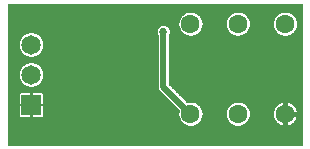
<source format=gbl>
%FSLAX33Y33*%
%MOMM*%
%AMRect-W1650000-H1650000-RO1.000*
21,1,1.65,1.65,0.,0.,180*%
%ADD10C,0.0508*%
%ADD11C,0.508*%
%ADD12C,0.68834*%
%ADD13C,1.6*%
%ADD14C,1.6*%
%ADD15C,1.65*%
%ADD16Rect-W1650000-H1650000-RO1.000*%
D10*
%LNpour fill*%
G01*
X25475Y12475D02*
X25475Y12475D01*
X0525Y12475*
X0525Y0525*
X25475Y0525*
X25475Y12475*
X16126Y9788D02*
X16126Y9788D01*
X16364Y9847*
X16367Y9848*
X16584Y9962*
X16586Y9964*
X16770Y10126*
X16772Y10128*
X16911Y10330*
X16912Y10333*
X16999Y10562*
X17000Y10565*
X17030Y10808*
X17030Y10812*
X17000Y11055*
X16999Y11058*
X16912Y11287*
X16911Y11290*
X16772Y11492*
X16770Y11494*
X16586Y11656*
X16584Y11658*
X16367Y11772*
X16364Y11773*
X16126Y11832*
X16123Y11832*
X15877Y11832*
X15874Y11832*
X15636Y11773*
X15633Y11772*
X15416Y11658*
X15414Y11656*
X15230Y11494*
X15228Y11492*
X15089Y11290*
X15088Y11287*
X15001Y11058*
X15000Y11055*
X14970Y10812*
X14970Y10808*
X15000Y10565*
X15001Y10562*
X15088Y10333*
X15089Y10330*
X15228Y10128*
X15230Y10126*
X15414Y9964*
X15416Y9962*
X15633Y9848*
X15636Y9847*
X15874Y9788*
X15877Y9788*
X16123Y9788*
X16126Y9788*
X20126Y9788D02*
X20126Y9788D01*
X20364Y9847*
X20367Y9848*
X20584Y9962*
X20586Y9964*
X20770Y10126*
X20772Y10128*
X20911Y10330*
X20912Y10333*
X20999Y10562*
X21000Y10565*
X21030Y10808*
X21030Y10812*
X21000Y11055*
X20999Y11058*
X20912Y11287*
X20911Y11290*
X20772Y11492*
X20770Y11494*
X20586Y11656*
X20584Y11658*
X20367Y11772*
X20364Y11773*
X20126Y11832*
X20123Y11832*
X19877Y11832*
X19874Y11832*
X19636Y11773*
X19633Y11772*
X19416Y11658*
X19414Y11656*
X19230Y11494*
X19228Y11492*
X19089Y11290*
X19088Y11287*
X19001Y11058*
X19000Y11055*
X18970Y10812*
X18970Y10808*
X19000Y10565*
X19001Y10562*
X19088Y10333*
X19089Y10330*
X19228Y10128*
X19230Y10126*
X19414Y9964*
X19416Y9962*
X19633Y9848*
X19636Y9847*
X19874Y9788*
X19877Y9788*
X20123Y9788*
X20126Y9788*
X24126Y9788D02*
X24126Y9788D01*
X24364Y9847*
X24367Y9848*
X24584Y9962*
X24586Y9964*
X24770Y10126*
X24772Y10128*
X24911Y10330*
X24912Y10333*
X24999Y10562*
X25000Y10565*
X25030Y10808*
X25030Y10812*
X25000Y11055*
X24999Y11058*
X24912Y11287*
X24911Y11290*
X24772Y11492*
X24770Y11494*
X24586Y11656*
X24584Y11658*
X24367Y11772*
X24364Y11773*
X24126Y11832*
X24123Y11832*
X23877Y11832*
X23874Y11832*
X23636Y11773*
X23633Y11772*
X23416Y11658*
X23414Y11656*
X23230Y11494*
X23228Y11492*
X23089Y11290*
X23088Y11287*
X23001Y11058*
X23000Y11055*
X22970Y10812*
X22970Y10808*
X23000Y10565*
X23001Y10562*
X23088Y10333*
X23089Y10330*
X23228Y10128*
X23230Y10126*
X23414Y9964*
X23416Y9962*
X23633Y9848*
X23636Y9847*
X23874Y9788*
X23877Y9788*
X24123Y9788*
X24126Y9788*
X16126Y2168D02*
X16126Y2168D01*
X16364Y2227*
X16367Y2228*
X16584Y2342*
X16586Y2344*
X16770Y2506*
X16772Y2508*
X16911Y2710*
X16912Y2713*
X16999Y2942*
X17000Y2945*
X17030Y3188*
X17030Y3192*
X17000Y3435*
X16999Y3438*
X16912Y3667*
X16911Y3670*
X16772Y3872*
X16770Y3874*
X16586Y4036*
X16584Y4038*
X16367Y4152*
X16364Y4153*
X16126Y4212*
X16123Y4212*
X15877Y4212*
X15874Y4212*
X15704Y4170*
X14184Y5690*
X14184Y9833*
X14207Y9867*
X14209Y9870*
X14257Y9996*
X14257Y9999*
X14274Y10133*
X14274Y10137*
X14257Y10271*
X14257Y10274*
X14209Y10400*
X14207Y10403*
X14131Y10514*
X14128Y10517*
X14027Y10606*
X14025Y10608*
X13905Y10671*
X13902Y10672*
X13771Y10704*
X13768Y10705*
X13632Y10705*
X13629Y10704*
X13498Y10672*
X13495Y10671*
X13375Y10608*
X13373Y10606*
X13272Y10517*
X13270Y10514*
X13193Y10403*
X13191Y10400*
X13143Y10274*
X13143Y10271*
X13126Y10137*
X13126Y10133*
X13143Y9999*
X13143Y9996*
X13191Y9870*
X13193Y9867*
X13216Y9833*
X13216Y5489*
X13216Y5488*
X13225Y5397*
X13226Y5394*
X13253Y5306*
X13254Y5304*
X13297Y5222*
X13299Y5220*
X13357Y5149*
X13358Y5148*
X15019Y3487*
X15001Y3438*
X15000Y3435*
X14970Y3192*
X14970Y3188*
X15000Y2945*
X15001Y2942*
X15088Y2713*
X15089Y2710*
X15228Y2508*
X15230Y2506*
X15414Y2344*
X15416Y2342*
X15633Y2228*
X15636Y2227*
X15874Y2168*
X15877Y2168*
X16123Y2168*
X16126Y2168*
X2629Y7993D02*
X2629Y7993D01*
X2873Y8053*
X2875Y8054*
X3098Y8171*
X3100Y8173*
X3288Y8340*
X3290Y8342*
X3433Y8549*
X3435Y8551*
X3524Y8786*
X3524Y8789*
X3555Y9038*
X3555Y9042*
X3524Y9291*
X3524Y9294*
X3435Y9529*
X3433Y9531*
X3290Y9738*
X3288Y9740*
X3100Y9907*
X3098Y9909*
X2875Y10026*
X2873Y10027*
X2629Y10087*
X2626Y10087*
X2374Y10087*
X2371Y10087*
X2127Y10027*
X2125Y10026*
X1902Y9909*
X1900Y9907*
X1712Y9740*
X1710Y9738*
X1567Y9531*
X1565Y9529*
X1476Y9294*
X1476Y9291*
X1445Y9042*
X1445Y9038*
X1476Y8789*
X1476Y8786*
X1565Y8551*
X1567Y8549*
X1710Y8342*
X1712Y8340*
X1900Y8173*
X1902Y8171*
X2125Y8054*
X2127Y8053*
X2371Y7993*
X2374Y7993*
X2626Y7993*
X2629Y7993*
X2629Y5453D02*
X2629Y5453D01*
X2873Y5513*
X2875Y5514*
X3098Y5631*
X3100Y5633*
X3288Y5800*
X3290Y5802*
X3433Y6009*
X3435Y6011*
X3524Y6246*
X3524Y6249*
X3555Y6498*
X3555Y6502*
X3524Y6751*
X3524Y6754*
X3435Y6989*
X3433Y6991*
X3290Y7198*
X3288Y7200*
X3100Y7367*
X3098Y7369*
X2875Y7486*
X2873Y7487*
X2629Y7547*
X2626Y7547*
X2374Y7547*
X2371Y7547*
X2127Y7487*
X2125Y7486*
X1902Y7369*
X1900Y7367*
X1712Y7200*
X1710Y7198*
X1567Y6991*
X1565Y6989*
X1476Y6754*
X1476Y6751*
X1445Y6502*
X1445Y6498*
X1476Y6249*
X1476Y6246*
X1565Y6011*
X1567Y6009*
X1710Y5802*
X1712Y5800*
X1900Y5633*
X1902Y5631*
X2125Y5514*
X2127Y5513*
X2371Y5453*
X2374Y5453*
X2626Y5453*
X2629Y5453*
X2424Y2920D02*
X2424Y2920D01*
X2424Y3160*
X2576Y3160*
X2576Y2920*
X2591Y2905*
X3326Y2905*
X3327Y2905*
X3360Y2908*
X3362Y2908*
X3395Y2916*
X3397Y2917*
X3428Y2930*
X3430Y2931*
X3459Y2949*
X3461Y2950*
X3487Y2972*
X3488Y2973*
X3510Y2999*
X3511Y3001*
X3529Y3030*
X3530Y3032*
X3543Y3063*
X3544Y3065*
X3552Y3098*
X3552Y3100*
X3555Y3134*
X3555Y3135*
X3555Y3869*
X3540Y3884*
X3300Y3884*
X3300Y4036*
X3540Y4036*
X3555Y4051*
X3555Y4785*
X3555Y4786*
X3552Y4820*
X3552Y4822*
X3544Y4855*
X3543Y4857*
X3530Y4888*
X3529Y4890*
X3511Y4919*
X3510Y4921*
X3488Y4947*
X3487Y4948*
X3461Y4970*
X3459Y4971*
X3430Y4989*
X3428Y4990*
X3397Y5003*
X3395Y5004*
X3362Y5012*
X3360Y5012*
X3326Y5015*
X3325Y5015*
X2591Y5015*
X2576Y5000*
X2576Y4760*
X2424Y4760*
X2424Y5000*
X2409Y5015*
X1675Y5015*
X1674Y5015*
X1640Y5012*
X1638Y5012*
X1605Y5004*
X1603Y5003*
X1572Y4990*
X1570Y4989*
X1541Y4971*
X1539Y4970*
X1513Y4948*
X1512Y4947*
X1490Y4921*
X1489Y4919*
X1471Y4890*
X1470Y4888*
X1457Y4857*
X1456Y4855*
X1448Y4822*
X1448Y4820*
X1445Y4787*
X1445Y4786*
X1445Y4051*
X1460Y4036*
X1700Y4036*
X1700Y3884*
X1460Y3884*
X1445Y3869*
X1445Y3134*
X1445Y3133*
X1448Y3100*
X1448Y3098*
X1456Y3065*
X1457Y3063*
X1470Y3032*
X1471Y3030*
X1489Y3001*
X1490Y2999*
X1512Y2973*
X1513Y2972*
X1539Y2950*
X1541Y2949*
X1570Y2931*
X1572Y2930*
X1603Y2917*
X1605Y2916*
X1638Y2908*
X1640Y2908*
X1673Y2905*
X1674Y2905*
X2409Y2905*
X2424Y2920*
X20126Y2168D02*
X20126Y2168D01*
X20364Y2227*
X20367Y2228*
X20584Y2342*
X20586Y2344*
X20770Y2506*
X20772Y2508*
X20911Y2710*
X20912Y2713*
X20999Y2942*
X21000Y2945*
X21030Y3188*
X21030Y3192*
X21000Y3435*
X20999Y3438*
X20912Y3667*
X20911Y3670*
X20772Y3872*
X20770Y3874*
X20586Y4036*
X20584Y4038*
X20367Y4152*
X20364Y4153*
X20126Y4212*
X20123Y4212*
X19877Y4212*
X19874Y4212*
X19636Y4153*
X19633Y4152*
X19416Y4038*
X19414Y4036*
X19230Y3874*
X19228Y3872*
X19089Y3670*
X19088Y3667*
X19001Y3438*
X19000Y3435*
X18970Y3192*
X18970Y3188*
X19000Y2945*
X19001Y2942*
X19088Y2713*
X19089Y2710*
X19228Y2508*
X19230Y2506*
X19414Y2344*
X19416Y2342*
X19633Y2228*
X19636Y2227*
X19874Y2168*
X19877Y2168*
X20123Y2168*
X20126Y2168*
X24364Y2227D02*
X24364Y2227D01*
X24367Y2228*
X24584Y2342*
X24586Y2344*
X24770Y2506*
X24772Y2508*
X24911Y2710*
X24912Y2713*
X24999Y2942*
X25000Y2945*
X25007Y2998*
X24991Y3015*
X24775Y3015*
X24775Y3365*
X24991Y3365*
X25007Y3382*
X25000Y3435*
X24999Y3438*
X24912Y3667*
X24911Y3670*
X24772Y3872*
X24770Y3874*
X24586Y4036*
X24584Y4038*
X24367Y4152*
X24364Y4153*
X24194Y4195*
X24175Y4180*
X24175Y3959*
X23825Y3959*
X23825Y4180*
X23806Y4195*
X23636Y4153*
X23633Y4152*
X23416Y4038*
X23414Y4036*
X23230Y3874*
X23228Y3872*
X23089Y3670*
X23088Y3667*
X23001Y3438*
X23000Y3435*
X22970Y3192*
X22970Y3188*
X23000Y2945*
X23001Y2942*
X23088Y2713*
X23089Y2710*
X23228Y2508*
X23230Y2506*
X23414Y2344*
X23416Y2342*
X23633Y2228*
X23636Y2227*
X23806Y2185*
X23825Y2200*
X23825Y2421*
X24175Y2421*
X24175Y2200*
X24194Y2185*
X24364Y2227*
X0525Y0550D02*
X25475Y0550D01*
X0525Y0599D02*
X25475Y0599D01*
X0525Y0649D02*
X25475Y0649D01*
X0525Y0698D02*
X25475Y0698D01*
X0525Y0748D02*
X25475Y0748D01*
X0525Y0797D02*
X25475Y0797D01*
X0525Y0847D02*
X25475Y0847D01*
X0525Y0896D02*
X25475Y0896D01*
X0525Y0946D02*
X25475Y0946D01*
X0525Y0995D02*
X25475Y0995D01*
X0525Y1045D02*
X25475Y1045D01*
X0525Y1094D02*
X25475Y1094D01*
X0525Y1144D02*
X25475Y1144D01*
X0525Y1193D02*
X25475Y1193D01*
X0525Y1243D02*
X25475Y1243D01*
X0525Y1292D02*
X25475Y1292D01*
X0525Y1342D02*
X25475Y1342D01*
X0525Y1392D02*
X25475Y1392D01*
X0525Y1441D02*
X25475Y1441D01*
X0525Y1491D02*
X25475Y1491D01*
X0525Y1540D02*
X25475Y1540D01*
X0525Y1590D02*
X25475Y1590D01*
X0525Y1639D02*
X25475Y1639D01*
X0525Y1689D02*
X25475Y1689D01*
X0525Y1738D02*
X25475Y1738D01*
X0525Y1788D02*
X25475Y1788D01*
X0525Y1837D02*
X25475Y1837D01*
X0525Y1887D02*
X25475Y1887D01*
X0525Y1936D02*
X25475Y1936D01*
X0525Y1986D02*
X25475Y1986D01*
X0525Y2035D02*
X25475Y2035D01*
X0525Y2085D02*
X25475Y2085D01*
X0525Y2134D02*
X25475Y2134D01*
X0525Y2184D02*
X15810Y2184D01*
X16190Y2184D02*
X19810Y2184D01*
X20190Y2184D02*
X25475Y2184D01*
X0525Y2234D02*
X15623Y2234D01*
X16377Y2234D02*
X19623Y2234D01*
X20377Y2234D02*
X23623Y2234D01*
X23825Y2234D02*
X24175Y2234D01*
X24377Y2234D02*
X25475Y2234D01*
X0525Y2283D02*
X15528Y2283D01*
X16472Y2283D02*
X19528Y2283D01*
X20472Y2283D02*
X23528Y2283D01*
X23825Y2283D02*
X24175Y2283D01*
X24472Y2283D02*
X25475Y2283D01*
X0525Y2333D02*
X15434Y2333D01*
X16566Y2333D02*
X19434Y2333D01*
X20566Y2333D02*
X23434Y2333D01*
X23825Y2333D02*
X24175Y2333D01*
X24566Y2333D02*
X25475Y2333D01*
X0525Y2382D02*
X15370Y2382D01*
X16630Y2382D02*
X19370Y2382D01*
X20630Y2382D02*
X23370Y2382D01*
X23825Y2382D02*
X24175Y2382D01*
X24630Y2382D02*
X25475Y2382D01*
X0525Y2432D02*
X15314Y2432D01*
X16686Y2432D02*
X19314Y2432D01*
X20686Y2432D02*
X23314Y2432D01*
X24686Y2432D02*
X25475Y2432D01*
X0525Y2481D02*
X15258Y2481D01*
X16742Y2481D02*
X19258Y2481D01*
X20742Y2481D02*
X23258Y2481D01*
X24742Y2481D02*
X25475Y2481D01*
X0525Y2531D02*
X15213Y2531D01*
X16787Y2531D02*
X19213Y2531D01*
X20787Y2531D02*
X23213Y2531D01*
X24787Y2531D02*
X25475Y2531D01*
X0525Y2580D02*
X15179Y2580D01*
X16821Y2580D02*
X19179Y2580D01*
X20821Y2580D02*
X23179Y2580D01*
X24821Y2580D02*
X25475Y2580D01*
X0525Y2630D02*
X15145Y2630D01*
X16855Y2630D02*
X19145Y2630D01*
X20855Y2630D02*
X23145Y2630D01*
X24855Y2630D02*
X25475Y2630D01*
X0525Y2679D02*
X15110Y2679D01*
X16890Y2679D02*
X19110Y2679D01*
X20890Y2679D02*
X23110Y2679D01*
X24890Y2679D02*
X25475Y2679D01*
X0525Y2729D02*
X15082Y2729D01*
X16918Y2729D02*
X19082Y2729D01*
X20918Y2729D02*
X23082Y2729D01*
X24918Y2729D02*
X25475Y2729D01*
X0525Y2778D02*
X15063Y2778D01*
X16937Y2778D02*
X19063Y2778D01*
X20937Y2778D02*
X23063Y2778D01*
X24937Y2778D02*
X25475Y2778D01*
X0525Y2828D02*
X15044Y2828D01*
X16956Y2828D02*
X19044Y2828D01*
X20956Y2828D02*
X23044Y2828D01*
X24956Y2828D02*
X25475Y2828D01*
X0525Y2877D02*
X15025Y2877D01*
X16975Y2877D02*
X19025Y2877D01*
X20975Y2877D02*
X23025Y2877D01*
X24975Y2877D02*
X25475Y2877D01*
X0525Y2927D02*
X1579Y2927D01*
X2424Y2927D02*
X2576Y2927D01*
X3421Y2927D02*
X15006Y2927D01*
X16994Y2927D02*
X19006Y2927D01*
X20994Y2927D02*
X23006Y2927D01*
X24994Y2927D02*
X25475Y2927D01*
X0525Y2977D02*
X1509Y2977D01*
X2424Y2977D02*
X2576Y2977D01*
X3491Y2977D02*
X14996Y2977D01*
X17004Y2977D02*
X18996Y2977D01*
X21004Y2977D02*
X22996Y2977D01*
X25004Y2977D02*
X25475Y2977D01*
X0525Y3026D02*
X1473Y3026D01*
X2424Y3026D02*
X2576Y3026D01*
X3527Y3026D02*
X14990Y3026D01*
X17010Y3026D02*
X18990Y3026D01*
X21010Y3026D02*
X22990Y3026D01*
X24775Y3026D02*
X25475Y3026D01*
X0525Y3076D02*
X1454Y3076D01*
X2424Y3076D02*
X2576Y3076D01*
X3546Y3076D02*
X14984Y3076D01*
X17016Y3076D02*
X18984Y3076D01*
X21016Y3076D02*
X22984Y3076D01*
X24775Y3076D02*
X25475Y3076D01*
X0525Y3125D02*
X1446Y3125D01*
X2424Y3125D02*
X2576Y3125D01*
X3554Y3125D02*
X14978Y3125D01*
X17022Y3125D02*
X18978Y3125D01*
X21022Y3125D02*
X22978Y3125D01*
X24775Y3125D02*
X25475Y3125D01*
X0525Y3175D02*
X1445Y3175D01*
X3555Y3175D02*
X14972Y3175D01*
X17028Y3175D02*
X18972Y3175D01*
X21028Y3175D02*
X22972Y3175D01*
X24775Y3175D02*
X25475Y3175D01*
X0525Y3224D02*
X1445Y3224D01*
X3555Y3224D02*
X14974Y3224D01*
X17026Y3224D02*
X18974Y3224D01*
X21026Y3224D02*
X22974Y3224D01*
X24775Y3224D02*
X25475Y3224D01*
X0525Y3274D02*
X1445Y3274D01*
X3555Y3274D02*
X14980Y3274D01*
X17020Y3274D02*
X18980Y3274D01*
X21020Y3274D02*
X22980Y3274D01*
X24775Y3274D02*
X25475Y3274D01*
X0525Y3323D02*
X1445Y3323D01*
X3555Y3323D02*
X14986Y3323D01*
X17014Y3323D02*
X18986Y3323D01*
X21014Y3323D02*
X22986Y3323D01*
X24775Y3323D02*
X25475Y3323D01*
X0525Y3373D02*
X1445Y3373D01*
X3555Y3373D02*
X14992Y3373D01*
X17008Y3373D02*
X18992Y3373D01*
X21008Y3373D02*
X22992Y3373D01*
X24999Y3373D02*
X25475Y3373D01*
X0525Y3422D02*
X1445Y3422D01*
X3555Y3422D02*
X14998Y3422D01*
X17002Y3422D02*
X18998Y3422D01*
X21002Y3422D02*
X22998Y3422D01*
X25002Y3422D02*
X25475Y3422D01*
X0525Y3472D02*
X1445Y3472D01*
X3555Y3472D02*
X15014Y3472D01*
X16986Y3472D02*
X19014Y3472D01*
X20986Y3472D02*
X23014Y3472D01*
X24986Y3472D02*
X25475Y3472D01*
X0525Y3521D02*
X1445Y3521D01*
X3555Y3521D02*
X14985Y3521D01*
X16968Y3521D02*
X19032Y3521D01*
X20968Y3521D02*
X23032Y3521D01*
X24968Y3521D02*
X25475Y3521D01*
X0525Y3571D02*
X1445Y3571D01*
X3555Y3571D02*
X14935Y3571D01*
X16949Y3571D02*
X19051Y3571D01*
X20949Y3571D02*
X23051Y3571D01*
X24949Y3571D02*
X25475Y3571D01*
X0525Y3620D02*
X1445Y3620D01*
X3555Y3620D02*
X14886Y3620D01*
X16930Y3620D02*
X19070Y3620D01*
X20930Y3620D02*
X23070Y3620D01*
X24930Y3620D02*
X25475Y3620D01*
X0525Y3670D02*
X1445Y3670D01*
X3555Y3670D02*
X14836Y3670D01*
X16911Y3670D02*
X19089Y3670D01*
X20911Y3670D02*
X23089Y3670D01*
X24911Y3670D02*
X25475Y3670D01*
X0525Y3719D02*
X1445Y3719D01*
X3555Y3719D02*
X14787Y3719D01*
X16877Y3719D02*
X19123Y3719D01*
X20877Y3719D02*
X23123Y3719D01*
X24877Y3719D02*
X25475Y3719D01*
X0525Y3769D02*
X1445Y3769D01*
X3555Y3769D02*
X14737Y3769D01*
X16843Y3769D02*
X19157Y3769D01*
X20843Y3769D02*
X23157Y3769D01*
X24843Y3769D02*
X25475Y3769D01*
X0525Y3819D02*
X1445Y3819D01*
X3555Y3819D02*
X14688Y3819D01*
X16808Y3819D02*
X19192Y3819D01*
X20808Y3819D02*
X23192Y3819D01*
X24808Y3819D02*
X25475Y3819D01*
X0525Y3868D02*
X1445Y3868D01*
X3555Y3868D02*
X14638Y3868D01*
X16774Y3868D02*
X19226Y3868D01*
X20774Y3868D02*
X23226Y3868D01*
X24774Y3868D02*
X25475Y3868D01*
X0525Y3918D02*
X1700Y3918D01*
X3300Y3918D02*
X14589Y3918D01*
X16720Y3918D02*
X19280Y3918D01*
X20720Y3918D02*
X23280Y3918D01*
X24720Y3918D02*
X25475Y3918D01*
X0525Y3967D02*
X1700Y3967D01*
X3300Y3967D02*
X14539Y3967D01*
X16664Y3967D02*
X19336Y3967D01*
X20664Y3967D02*
X23336Y3967D01*
X23825Y3967D02*
X24175Y3967D01*
X24664Y3967D02*
X25475Y3967D01*
X0525Y4017D02*
X1700Y4017D01*
X3300Y4017D02*
X14489Y4017D01*
X16609Y4017D02*
X19391Y4017D01*
X20609Y4017D02*
X23391Y4017D01*
X23825Y4017D02*
X24175Y4017D01*
X24609Y4017D02*
X25475Y4017D01*
X0525Y4066D02*
X1445Y4066D01*
X3555Y4066D02*
X14440Y4066D01*
X16530Y4066D02*
X19470Y4066D01*
X20530Y4066D02*
X23470Y4066D01*
X23825Y4066D02*
X24175Y4066D01*
X24530Y4066D02*
X25475Y4066D01*
X0525Y4116D02*
X1445Y4116D01*
X3555Y4116D02*
X14390Y4116D01*
X16436Y4116D02*
X19564Y4116D01*
X20436Y4116D02*
X23564Y4116D01*
X23825Y4116D02*
X24175Y4116D01*
X24436Y4116D02*
X25475Y4116D01*
X0525Y4165D02*
X1445Y4165D01*
X3555Y4165D02*
X14341Y4165D01*
X16315Y4165D02*
X19685Y4165D01*
X20315Y4165D02*
X23685Y4165D01*
X23825Y4165D02*
X24175Y4165D01*
X24315Y4165D02*
X25475Y4165D01*
X0525Y4215D02*
X1445Y4215D01*
X3555Y4215D02*
X14291Y4215D01*
X15659Y4215D02*
X25475Y4215D01*
X0525Y4264D02*
X1445Y4264D01*
X3555Y4264D02*
X14242Y4264D01*
X15610Y4264D02*
X25475Y4264D01*
X0525Y4314D02*
X1445Y4314D01*
X3555Y4314D02*
X14192Y4314D01*
X15560Y4314D02*
X25475Y4314D01*
X0525Y4363D02*
X1445Y4363D01*
X3555Y4363D02*
X14143Y4363D01*
X15511Y4363D02*
X25475Y4363D01*
X0525Y4413D02*
X1445Y4413D01*
X3555Y4413D02*
X14093Y4413D01*
X15461Y4413D02*
X25475Y4413D01*
X0525Y4462D02*
X1445Y4462D01*
X3555Y4462D02*
X14044Y4462D01*
X15412Y4462D02*
X25475Y4462D01*
X0525Y4512D02*
X1445Y4512D01*
X3555Y4512D02*
X13994Y4512D01*
X15362Y4512D02*
X25475Y4512D01*
X0525Y4561D02*
X1445Y4561D01*
X3555Y4561D02*
X13945Y4561D01*
X15312Y4561D02*
X25475Y4561D01*
X0525Y4611D02*
X1445Y4611D01*
X3555Y4611D02*
X13895Y4611D01*
X15263Y4611D02*
X25475Y4611D01*
X0525Y4661D02*
X1445Y4661D01*
X3555Y4661D02*
X13846Y4661D01*
X15213Y4661D02*
X25475Y4661D01*
X0525Y4710D02*
X1445Y4710D01*
X3555Y4710D02*
X13796Y4710D01*
X15164Y4710D02*
X25475Y4710D01*
X0525Y4760D02*
X1445Y4760D01*
X3555Y4760D02*
X13747Y4760D01*
X15114Y4760D02*
X25475Y4760D01*
X0525Y4809D02*
X1447Y4809D01*
X2424Y4809D02*
X2576Y4809D01*
X3553Y4809D02*
X13697Y4809D01*
X15065Y4809D02*
X25475Y4809D01*
X0525Y4859D02*
X1458Y4859D01*
X2424Y4859D02*
X2576Y4859D01*
X3542Y4859D02*
X13647Y4859D01*
X15015Y4859D02*
X25475Y4859D01*
X0525Y4908D02*
X1482Y4908D01*
X2424Y4908D02*
X2576Y4908D01*
X3518Y4908D02*
X13598Y4908D01*
X14966Y4908D02*
X25475Y4908D01*
X0525Y4958D02*
X1525Y4958D01*
X2424Y4958D02*
X2576Y4958D01*
X3475Y4958D02*
X13548Y4958D01*
X14916Y4958D02*
X25475Y4958D01*
X0525Y5007D02*
X1620Y5007D01*
X2416Y5007D02*
X2584Y5007D01*
X3380Y5007D02*
X13499Y5007D01*
X14867Y5007D02*
X25475Y5007D01*
X0525Y5057D02*
X13449Y5057D01*
X14817Y5057D02*
X25475Y5057D01*
X0525Y5106D02*
X13400Y5106D01*
X14768Y5106D02*
X25475Y5106D01*
X0525Y5156D02*
X13352Y5156D01*
X14718Y5156D02*
X25475Y5156D01*
X0525Y5205D02*
X13311Y5205D01*
X14669Y5205D02*
X25475Y5205D01*
X0525Y5255D02*
X13280Y5255D01*
X14619Y5255D02*
X25475Y5255D01*
X0525Y5304D02*
X13253Y5304D01*
X14570Y5304D02*
X25475Y5304D01*
X0525Y5354D02*
X13238Y5354D01*
X14520Y5354D02*
X25475Y5354D01*
X0525Y5403D02*
X13225Y5403D01*
X14470Y5403D02*
X25475Y5403D01*
X0525Y5453D02*
X2374Y5453D01*
X2626Y5453D02*
X13220Y5453D01*
X14421Y5453D02*
X25475Y5453D01*
X0525Y5503D02*
X2172Y5503D01*
X2828Y5503D02*
X13216Y5503D01*
X14371Y5503D02*
X25475Y5503D01*
X0525Y5552D02*
X2053Y5552D01*
X2947Y5552D02*
X13216Y5552D01*
X14322Y5552D02*
X25475Y5552D01*
X0525Y5602D02*
X1959Y5602D01*
X3041Y5602D02*
X13216Y5602D01*
X14272Y5602D02*
X25475Y5602D01*
X0525Y5651D02*
X1879Y5651D01*
X3121Y5651D02*
X13216Y5651D01*
X14223Y5651D02*
X25475Y5651D01*
X0525Y5701D02*
X1823Y5701D01*
X3177Y5701D02*
X13216Y5701D01*
X14184Y5701D02*
X25475Y5701D01*
X0525Y5750D02*
X1767Y5750D01*
X3233Y5750D02*
X13216Y5750D01*
X14184Y5750D02*
X25475Y5750D01*
X0525Y5800D02*
X1711Y5800D01*
X3289Y5800D02*
X13216Y5800D01*
X14184Y5800D02*
X25475Y5800D01*
X0525Y5849D02*
X1677Y5849D01*
X3323Y5849D02*
X13216Y5849D01*
X14184Y5849D02*
X25475Y5849D01*
X0525Y5899D02*
X1643Y5899D01*
X3357Y5899D02*
X13216Y5899D01*
X14184Y5899D02*
X25475Y5899D01*
X0525Y5948D02*
X1608Y5948D01*
X3392Y5948D02*
X13216Y5948D01*
X14184Y5948D02*
X25475Y5948D01*
X0525Y5998D02*
X1574Y5998D01*
X3426Y5998D02*
X13216Y5998D01*
X14184Y5998D02*
X25475Y5998D01*
X0525Y6047D02*
X1552Y6047D01*
X3448Y6047D02*
X13216Y6047D01*
X14184Y6047D02*
X25475Y6047D01*
X0525Y6097D02*
X1533Y6097D01*
X3467Y6097D02*
X13216Y6097D01*
X14184Y6097D02*
X25475Y6097D01*
X0525Y6146D02*
X1514Y6146D01*
X3486Y6146D02*
X13216Y6146D01*
X14184Y6146D02*
X25475Y6146D01*
X0525Y6196D02*
X1495Y6196D01*
X3505Y6196D02*
X13216Y6196D01*
X14184Y6196D02*
X25475Y6196D01*
X0525Y6245D02*
X1477Y6245D01*
X3523Y6245D02*
X13216Y6245D01*
X14184Y6245D02*
X25475Y6245D01*
X0525Y6295D02*
X1470Y6295D01*
X3530Y6295D02*
X13216Y6295D01*
X14184Y6295D02*
X25475Y6295D01*
X0525Y6345D02*
X1464Y6345D01*
X3536Y6345D02*
X13216Y6345D01*
X14184Y6345D02*
X25475Y6345D01*
X0525Y6394D02*
X1458Y6394D01*
X3542Y6394D02*
X13216Y6394D01*
X14184Y6394D02*
X25475Y6394D01*
X0525Y6444D02*
X1452Y6444D01*
X3548Y6444D02*
X13216Y6444D01*
X14184Y6444D02*
X25475Y6444D01*
X0525Y6493D02*
X1446Y6493D01*
X3554Y6493D02*
X13216Y6493D01*
X14184Y6493D02*
X25475Y6493D01*
X0525Y6543D02*
X1450Y6543D01*
X3550Y6543D02*
X13216Y6543D01*
X14184Y6543D02*
X25475Y6543D01*
X0525Y6592D02*
X1456Y6592D01*
X3544Y6592D02*
X13216Y6592D01*
X14184Y6592D02*
X25475Y6592D01*
X0525Y6642D02*
X1462Y6642D01*
X3538Y6642D02*
X13216Y6642D01*
X14184Y6642D02*
X25475Y6642D01*
X0525Y6691D02*
X1468Y6691D01*
X3532Y6691D02*
X13216Y6691D01*
X14184Y6691D02*
X25475Y6691D01*
X0525Y6741D02*
X1474Y6741D01*
X3526Y6741D02*
X13216Y6741D01*
X14184Y6741D02*
X25475Y6741D01*
X0525Y6790D02*
X1490Y6790D01*
X3510Y6790D02*
X13216Y6790D01*
X14184Y6790D02*
X25475Y6790D01*
X0525Y6840D02*
X1509Y6840D01*
X3491Y6840D02*
X13216Y6840D01*
X14184Y6840D02*
X25475Y6840D01*
X0525Y6889D02*
X1528Y6889D01*
X3472Y6889D02*
X13216Y6889D01*
X14184Y6889D02*
X25475Y6889D01*
X0525Y6939D02*
X1547Y6939D01*
X3453Y6939D02*
X13216Y6939D01*
X14184Y6939D02*
X25475Y6939D01*
X0525Y6988D02*
X1565Y6988D01*
X3435Y6988D02*
X13216Y6988D01*
X14184Y6988D02*
X25475Y6988D01*
X0525Y7038D02*
X1599Y7038D01*
X3401Y7038D02*
X13216Y7038D01*
X14184Y7038D02*
X25475Y7038D01*
X0525Y7087D02*
X1633Y7087D01*
X3367Y7087D02*
X13216Y7087D01*
X14184Y7087D02*
X25475Y7087D01*
X0525Y7137D02*
X1667Y7137D01*
X3333Y7137D02*
X13216Y7137D01*
X14184Y7137D02*
X25475Y7137D01*
X0525Y7187D02*
X1702Y7187D01*
X3298Y7187D02*
X13216Y7187D01*
X14184Y7187D02*
X25475Y7187D01*
X0525Y7236D02*
X1752Y7236D01*
X3248Y7236D02*
X13216Y7236D01*
X14184Y7236D02*
X25475Y7236D01*
X0525Y7286D02*
X1808Y7286D01*
X3192Y7286D02*
X13216Y7286D01*
X14184Y7286D02*
X25475Y7286D01*
X0525Y7335D02*
X1864Y7335D01*
X3136Y7335D02*
X13216Y7335D01*
X14184Y7335D02*
X25475Y7335D01*
X0525Y7385D02*
X1932Y7385D01*
X3068Y7385D02*
X13216Y7385D01*
X14184Y7385D02*
X25475Y7385D01*
X0525Y7434D02*
X2027Y7434D01*
X2973Y7434D02*
X13216Y7434D01*
X14184Y7434D02*
X25475Y7434D01*
X0525Y7484D02*
X2121Y7484D01*
X2879Y7484D02*
X13216Y7484D01*
X14184Y7484D02*
X25475Y7484D01*
X0525Y7533D02*
X2317Y7533D01*
X2683Y7533D02*
X13216Y7533D01*
X14184Y7533D02*
X25475Y7533D01*
X0525Y7583D02*
X13216Y7583D01*
X14184Y7583D02*
X25475Y7583D01*
X0525Y7632D02*
X13216Y7632D01*
X14184Y7632D02*
X25475Y7632D01*
X0525Y7682D02*
X13216Y7682D01*
X14184Y7682D02*
X25475Y7682D01*
X0525Y7731D02*
X13216Y7731D01*
X14184Y7731D02*
X25475Y7731D01*
X0525Y7781D02*
X13216Y7781D01*
X14184Y7781D02*
X25475Y7781D01*
X0525Y7830D02*
X13216Y7830D01*
X14184Y7830D02*
X25475Y7830D01*
X0525Y7880D02*
X13216Y7880D01*
X14184Y7880D02*
X25475Y7880D01*
X0525Y7929D02*
X13216Y7929D01*
X14184Y7929D02*
X25475Y7929D01*
X0525Y7979D02*
X13216Y7979D01*
X14184Y7979D02*
X25475Y7979D01*
X0525Y8029D02*
X2228Y8029D01*
X2772Y8029D02*
X13216Y8029D01*
X14184Y8029D02*
X25475Y8029D01*
X0525Y8078D02*
X2080Y8078D01*
X2920Y8078D02*
X13216Y8078D01*
X14184Y8078D02*
X25475Y8078D01*
X0525Y8128D02*
X1985Y8128D01*
X3015Y8128D02*
X13216Y8128D01*
X14184Y8128D02*
X25475Y8128D01*
X0525Y8177D02*
X1895Y8177D01*
X3105Y8177D02*
X13216Y8177D01*
X14184Y8177D02*
X25475Y8177D01*
X0525Y8227D02*
X1839Y8227D01*
X3161Y8227D02*
X13216Y8227D01*
X14184Y8227D02*
X25475Y8227D01*
X0525Y8276D02*
X1783Y8276D01*
X3217Y8276D02*
X13216Y8276D01*
X14184Y8276D02*
X25475Y8276D01*
X0525Y8326D02*
X1727Y8326D01*
X3273Y8326D02*
X13216Y8326D01*
X14184Y8326D02*
X25475Y8326D01*
X0525Y8375D02*
X1687Y8375D01*
X3313Y8375D02*
X13216Y8375D01*
X14184Y8375D02*
X25475Y8375D01*
X0525Y8425D02*
X1652Y8425D01*
X3348Y8425D02*
X13216Y8425D01*
X14184Y8425D02*
X25475Y8425D01*
X0525Y8474D02*
X1618Y8474D01*
X3382Y8474D02*
X13216Y8474D01*
X14184Y8474D02*
X25475Y8474D01*
X0525Y8524D02*
X1584Y8524D01*
X3416Y8524D02*
X13216Y8524D01*
X14184Y8524D02*
X25475Y8524D01*
X0525Y8573D02*
X1557Y8573D01*
X3443Y8573D02*
X13216Y8573D01*
X14184Y8573D02*
X25475Y8573D01*
X0525Y8623D02*
X1538Y8623D01*
X3462Y8623D02*
X13216Y8623D01*
X14184Y8623D02*
X25475Y8623D01*
X0525Y8672D02*
X1520Y8672D01*
X3480Y8672D02*
X13216Y8672D01*
X14184Y8672D02*
X25475Y8672D01*
X0525Y8722D02*
X1501Y8722D01*
X3499Y8722D02*
X13216Y8722D01*
X14184Y8722D02*
X25475Y8722D01*
X0525Y8772D02*
X1482Y8772D01*
X3518Y8772D02*
X13216Y8772D01*
X14184Y8772D02*
X25475Y8772D01*
X0525Y8821D02*
X1472Y8821D01*
X3528Y8821D02*
X13216Y8821D01*
X14184Y8821D02*
X25475Y8821D01*
X0525Y8871D02*
X1466Y8871D01*
X3534Y8871D02*
X13216Y8871D01*
X14184Y8871D02*
X25475Y8871D01*
X0525Y8920D02*
X1460Y8920D01*
X3540Y8920D02*
X13216Y8920D01*
X14184Y8920D02*
X25475Y8920D01*
X0525Y8970D02*
X1454Y8970D01*
X3546Y8970D02*
X13216Y8970D01*
X14184Y8970D02*
X25475Y8970D01*
X0525Y9019D02*
X1448Y9019D01*
X3552Y9019D02*
X13216Y9019D01*
X14184Y9019D02*
X25475Y9019D01*
X0525Y9069D02*
X1449Y9069D01*
X3551Y9069D02*
X13216Y9069D01*
X14184Y9069D02*
X25475Y9069D01*
X0525Y9118D02*
X1455Y9118D01*
X3545Y9118D02*
X13216Y9118D01*
X14184Y9118D02*
X25475Y9118D01*
X0525Y9168D02*
X1461Y9168D01*
X3539Y9168D02*
X13216Y9168D01*
X14184Y9168D02*
X25475Y9168D01*
X0525Y9217D02*
X1467Y9217D01*
X3533Y9217D02*
X13216Y9217D01*
X14184Y9217D02*
X25475Y9217D01*
X0525Y9267D02*
X1473Y9267D01*
X3527Y9267D02*
X13216Y9267D01*
X14184Y9267D02*
X25475Y9267D01*
X0525Y9316D02*
X1485Y9316D01*
X3515Y9316D02*
X13216Y9316D01*
X14184Y9316D02*
X25475Y9316D01*
X0525Y9366D02*
X1504Y9366D01*
X3496Y9366D02*
X13216Y9366D01*
X14184Y9366D02*
X25475Y9366D01*
X0525Y9415D02*
X1523Y9415D01*
X3477Y9415D02*
X13216Y9415D01*
X14184Y9415D02*
X25475Y9415D01*
X0525Y9465D02*
X1541Y9465D01*
X3459Y9465D02*
X13216Y9465D01*
X14184Y9465D02*
X25475Y9465D01*
X0525Y9514D02*
X1560Y9514D01*
X3440Y9514D02*
X13216Y9514D01*
X14184Y9514D02*
X25475Y9514D01*
X0525Y9564D02*
X1589Y9564D01*
X3411Y9564D02*
X13216Y9564D01*
X14184Y9564D02*
X25475Y9564D01*
X0525Y9614D02*
X1624Y9614D01*
X3376Y9614D02*
X13216Y9614D01*
X14184Y9614D02*
X25475Y9614D01*
X0525Y9663D02*
X1658Y9663D01*
X3342Y9663D02*
X13216Y9663D01*
X14184Y9663D02*
X25475Y9663D01*
X0525Y9713D02*
X1692Y9713D01*
X3308Y9713D02*
X13216Y9713D01*
X14184Y9713D02*
X25475Y9713D01*
X0525Y9762D02*
X1736Y9762D01*
X3264Y9762D02*
X13216Y9762D01*
X14184Y9762D02*
X25475Y9762D01*
X0525Y9812D02*
X1792Y9812D01*
X3208Y9812D02*
X13216Y9812D01*
X14184Y9812D02*
X15779Y9812D01*
X16221Y9812D02*
X19779Y9812D01*
X20221Y9812D02*
X23779Y9812D01*
X24221Y9812D02*
X25475Y9812D01*
X0525Y9861D02*
X1848Y9861D01*
X3152Y9861D02*
X13197Y9861D01*
X14203Y9861D02*
X15608Y9861D01*
X16392Y9861D02*
X19608Y9861D01*
X20392Y9861D02*
X23608Y9861D01*
X24392Y9861D02*
X25475Y9861D01*
X0525Y9911D02*
X1906Y9911D01*
X3094Y9911D02*
X13176Y9911D01*
X14224Y9911D02*
X15514Y9911D01*
X16486Y9911D02*
X19514Y9911D01*
X20486Y9911D02*
X23514Y9911D01*
X24486Y9911D02*
X25475Y9911D01*
X0525Y9960D02*
X2000Y9960D01*
X3000Y9960D02*
X13157Y9960D01*
X14243Y9960D02*
X15419Y9960D01*
X16581Y9960D02*
X19419Y9960D01*
X20581Y9960D02*
X23419Y9960D01*
X24581Y9960D02*
X25475Y9960D01*
X0525Y10010D02*
X2095Y10010D01*
X2905Y10010D02*
X13141Y10010D01*
X14259Y10010D02*
X15362Y10010D01*
X16638Y10010D02*
X19362Y10010D01*
X20638Y10010D02*
X23362Y10010D01*
X24638Y10010D02*
X25475Y10010D01*
X0525Y10059D02*
X2260Y10059D01*
X2740Y10059D02*
X13135Y10059D01*
X14265Y10059D02*
X15306Y10059D01*
X16694Y10059D02*
X19306Y10059D01*
X20694Y10059D02*
X23306Y10059D01*
X24694Y10059D02*
X25475Y10059D01*
X0525Y10109D02*
X13129Y10109D01*
X14271Y10109D02*
X15250Y10109D01*
X16750Y10109D02*
X19250Y10109D01*
X20750Y10109D02*
X23250Y10109D01*
X24750Y10109D02*
X25475Y10109D01*
X0525Y10158D02*
X13129Y10158D01*
X14271Y10158D02*
X15208Y10158D01*
X16792Y10158D02*
X19208Y10158D01*
X20792Y10158D02*
X23208Y10158D01*
X24792Y10158D02*
X25475Y10158D01*
X0525Y10208D02*
X13135Y10208D01*
X14265Y10208D02*
X15173Y10208D01*
X16827Y10208D02*
X19173Y10208D01*
X20827Y10208D02*
X23173Y10208D01*
X24827Y10208D02*
X25475Y10208D01*
X0525Y10257D02*
X13141Y10257D01*
X14259Y10257D02*
X15139Y10257D01*
X16861Y10257D02*
X19139Y10257D01*
X20861Y10257D02*
X23139Y10257D01*
X24861Y10257D02*
X25475Y10257D01*
X0525Y10307D02*
X13156Y10307D01*
X14244Y10307D02*
X15105Y10307D01*
X16895Y10307D02*
X19105Y10307D01*
X20895Y10307D02*
X23105Y10307D01*
X24895Y10307D02*
X25475Y10307D01*
X0525Y10356D02*
X13175Y10356D01*
X14225Y10356D02*
X15079Y10356D01*
X16921Y10356D02*
X19079Y10356D01*
X20921Y10356D02*
X23079Y10356D01*
X24921Y10356D02*
X25475Y10356D01*
X0525Y10406D02*
X13195Y10406D01*
X14205Y10406D02*
X15060Y10406D01*
X16940Y10406D02*
X19060Y10406D01*
X20940Y10406D02*
X23060Y10406D01*
X24940Y10406D02*
X25475Y10406D01*
X0525Y10456D02*
X13229Y10456D01*
X14171Y10456D02*
X15041Y10456D01*
X16959Y10456D02*
X19041Y10456D01*
X20959Y10456D02*
X23041Y10456D01*
X24959Y10456D02*
X25475Y10456D01*
X0525Y10505D02*
X13263Y10505D01*
X14137Y10505D02*
X15022Y10505D01*
X16978Y10505D02*
X19022Y10505D01*
X20978Y10505D02*
X23022Y10505D01*
X24978Y10505D02*
X25475Y10505D01*
X0525Y10555D02*
X13314Y10555D01*
X14086Y10555D02*
X15004Y10555D01*
X16996Y10555D02*
X19004Y10555D01*
X20996Y10555D02*
X23004Y10555D01*
X24996Y10555D02*
X25475Y10555D01*
X0525Y10604D02*
X13370Y10604D01*
X14030Y10604D02*
X14995Y10604D01*
X17005Y10604D02*
X18995Y10604D01*
X21005Y10604D02*
X22995Y10604D01*
X25005Y10604D02*
X25475Y10604D01*
X0525Y10654D02*
X13462Y10654D01*
X13938Y10654D02*
X14989Y10654D01*
X17011Y10654D02*
X18989Y10654D01*
X21011Y10654D02*
X22989Y10654D01*
X25011Y10654D02*
X25475Y10654D01*
X0525Y10703D02*
X13624Y10703D01*
X13776Y10703D02*
X14983Y10703D01*
X17017Y10703D02*
X18983Y10703D01*
X21017Y10703D02*
X22983Y10703D01*
X25017Y10703D02*
X25475Y10703D01*
X0525Y10753D02*
X14977Y10753D01*
X17023Y10753D02*
X18977Y10753D01*
X21023Y10753D02*
X22977Y10753D01*
X25023Y10753D02*
X25475Y10753D01*
X0525Y10802D02*
X14971Y10802D01*
X17029Y10802D02*
X18971Y10802D01*
X21029Y10802D02*
X22971Y10802D01*
X25029Y10802D02*
X25475Y10802D01*
X0525Y10852D02*
X14975Y10852D01*
X17025Y10852D02*
X18975Y10852D01*
X21025Y10852D02*
X22975Y10852D01*
X25025Y10852D02*
X25475Y10852D01*
X0525Y10901D02*
X14981Y10901D01*
X17019Y10901D02*
X18981Y10901D01*
X21019Y10901D02*
X22981Y10901D01*
X25019Y10901D02*
X25475Y10901D01*
X0525Y10951D02*
X14987Y10951D01*
X17013Y10951D02*
X18987Y10951D01*
X21013Y10951D02*
X22987Y10951D01*
X25013Y10951D02*
X25475Y10951D01*
X0525Y11000D02*
X14993Y11000D01*
X17007Y11000D02*
X18993Y11000D01*
X21007Y11000D02*
X22993Y11000D01*
X25007Y11000D02*
X25475Y11000D01*
X0525Y11050D02*
X14999Y11050D01*
X17001Y11050D02*
X18999Y11050D01*
X21001Y11050D02*
X22999Y11050D01*
X25001Y11050D02*
X25475Y11050D01*
X0525Y11099D02*
X15016Y11099D01*
X16984Y11099D02*
X19016Y11099D01*
X20984Y11099D02*
X23016Y11099D01*
X24984Y11099D02*
X25475Y11099D01*
X0525Y11149D02*
X15035Y11149D01*
X16965Y11149D02*
X19035Y11149D01*
X20965Y11149D02*
X23035Y11149D01*
X24965Y11149D02*
X25475Y11149D01*
X0525Y11198D02*
X15054Y11198D01*
X16946Y11198D02*
X19054Y11198D01*
X20946Y11198D02*
X23054Y11198D01*
X24946Y11198D02*
X25475Y11198D01*
X0525Y11248D02*
X15073Y11248D01*
X16927Y11248D02*
X19073Y11248D01*
X20927Y11248D02*
X23073Y11248D01*
X24927Y11248D02*
X25475Y11248D01*
X0525Y11298D02*
X15094Y11298D01*
X16906Y11298D02*
X19094Y11298D01*
X20906Y11298D02*
X23094Y11298D01*
X24906Y11298D02*
X25475Y11298D01*
X0525Y11347D02*
X15129Y11347D01*
X16871Y11347D02*
X19129Y11347D01*
X20871Y11347D02*
X23129Y11347D01*
X24871Y11347D02*
X25475Y11347D01*
X0525Y11397D02*
X15163Y11397D01*
X16837Y11397D02*
X19163Y11397D01*
X20837Y11397D02*
X23163Y11397D01*
X24837Y11397D02*
X25475Y11397D01*
X0525Y11446D02*
X15197Y11446D01*
X16803Y11446D02*
X19197Y11446D01*
X20803Y11446D02*
X23197Y11446D01*
X24803Y11446D02*
X25475Y11446D01*
X0525Y11496D02*
X15232Y11496D01*
X16768Y11496D02*
X19232Y11496D01*
X20768Y11496D02*
X23232Y11496D01*
X24768Y11496D02*
X25475Y11496D01*
X0525Y11545D02*
X15288Y11545D01*
X16712Y11545D02*
X19288Y11545D01*
X20712Y11545D02*
X23288Y11545D01*
X24712Y11545D02*
X25475Y11545D01*
X0525Y11595D02*
X15344Y11595D01*
X16656Y11595D02*
X19344Y11595D01*
X20656Y11595D02*
X23344Y11595D01*
X24656Y11595D02*
X25475Y11595D01*
X0525Y11644D02*
X15400Y11644D01*
X16600Y11644D02*
X19400Y11644D01*
X20600Y11644D02*
X23400Y11644D01*
X24600Y11644D02*
X25475Y11644D01*
X0525Y11694D02*
X15484Y11694D01*
X16516Y11694D02*
X19484Y11694D01*
X20516Y11694D02*
X23484Y11694D01*
X24516Y11694D02*
X25475Y11694D01*
X0525Y11743D02*
X15579Y11743D01*
X16421Y11743D02*
X19579Y11743D01*
X20421Y11743D02*
X23579Y11743D01*
X24421Y11743D02*
X25475Y11743D01*
X0525Y11793D02*
X15716Y11793D01*
X16284Y11793D02*
X19716Y11793D01*
X20284Y11793D02*
X23716Y11793D01*
X24284Y11793D02*
X25475Y11793D01*
X0525Y11842D02*
X25475Y11842D01*
X0525Y11892D02*
X25475Y11892D01*
X0525Y11941D02*
X25475Y11941D01*
X0525Y11991D02*
X25475Y11991D01*
X0525Y12040D02*
X25475Y12040D01*
X0525Y12090D02*
X25475Y12090D01*
X0525Y12140D02*
X25475Y12140D01*
X0525Y12189D02*
X25475Y12189D01*
X0525Y12239D02*
X25475Y12239D01*
X0525Y12288D02*
X25475Y12288D01*
X0525Y12338D02*
X25475Y12338D01*
X0525Y12387D02*
X25475Y12387D01*
X0525Y12437D02*
X25475Y12437D01*
%LNbottom copper_traces*%
D11*
X13700Y5490D02*
X16000Y3190D01*
X13700Y10135D02*
X13700Y5490D01*
D12*
X9000Y8000D03*
X9500Y10500D03*
X10500Y4500D03*
X18000Y2000D03*
X13700Y10135D03*
X7500Y4500D03*
X18000Y12000D03*
X22000Y12000D03*
X22000Y2000D03*
%LNbottom copper component a066cc7197085cd5*%
D13*
X20000Y3190D03*
X20000Y10810D03*
%LNbottom copper component befe0c62168db060*%
D14*
X24000Y10810D03*
X24000Y3190D03*
%LNbottom copper component 5f10c96b5cad9d4e*%
X16000Y10810D03*
X16000Y3190D03*
%LNbottom copper component 8c2b338affb525d5*%
D15*
X2500Y6500D03*
X2500Y9040D03*
D16*
X2500Y3960D03*
M02*
</source>
